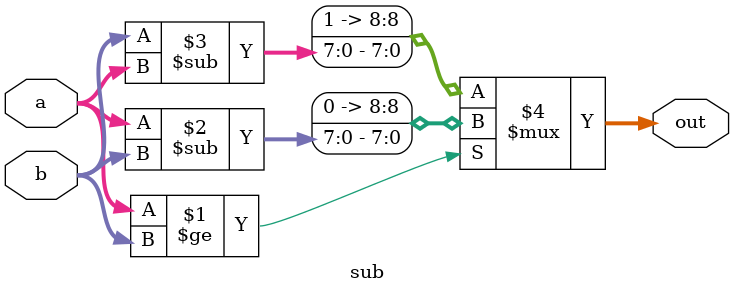
<source format=v>
module sub(
    input [7:0]a,
    input[7:0] b, 
    
    output [8:0]out
    );

    assign out=(a>=b)?{1'b0,a-b}:{1'b1,b-a};
endmodule
</source>
